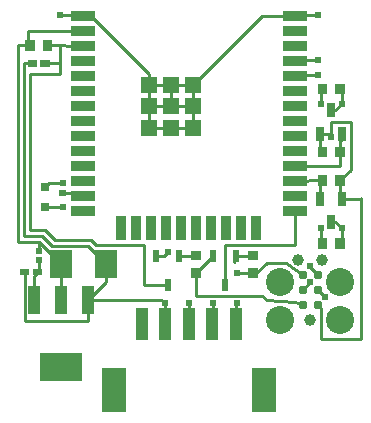
<source format=gtl>
G04 Layer: TopLayer*
G04 EasyEDA v6.5.9, 2022-07-29 16:18:05*
G04 6a4c66b5a8f34d0fa7dc8df532b4a6e8,9fc4434aafee4760887af2be40c81ba0,10*
G04 Gerber Generator version 0.2*
G04 Scale: 100 percent, Rotated: No, Reflected: No *
G04 Dimensions in millimeters *
G04 leading zeros omitted , absolute positions ,4 integer and 5 decimal *
%FSLAX45Y45*%
%MOMM*%

%ADD10C,0.2540*%
%ADD11R,1.0000X2.7000*%
%ADD12R,2.0000X3.8000*%
%ADD13R,0.7000X1.2500*%
%ADD14C,0.7874*%
%ADD15R,1.9000X2.3760*%
%ADD16R,2.1000X0.9500*%
%ADD17R,0.9500X2.1000*%
%ADD18R,1.3300X1.3300*%
%ADD19R,0.6000X1.0700*%
%ADD20R,0.9800X2.3400*%
%ADD21R,0.8640X0.8065*%
%ADD22R,0.8000X0.8000*%
%ADD23R,0.5400X0.5657*%
%ADD24C,2.3749*%
%ADD25C,0.9906*%
%ADD26C,0.6096*%
%ADD27C,0.0168*%

%LPD*%
D10*
X2780538Y2832100D02*
G01*
X2870200Y2921762D01*
X2870200Y3327400D01*
X2705100Y3327400D01*
X2705100Y3200400D01*
X2800095Y3227400D02*
G01*
X2780431Y3207735D01*
X2780431Y3073400D01*
X2629768Y3073400D02*
G01*
X2610104Y3093064D01*
X2610104Y3227400D01*
X2705100Y3200400D02*
G01*
X2678099Y3227400D01*
X2610104Y3227400D01*
X2794000Y3479800D02*
G01*
X2741599Y3427399D01*
X2705100Y3427399D01*
X2794000Y2425700D02*
G01*
X2741599Y2478100D01*
X2705100Y2478100D01*
X2800095Y2678099D02*
G01*
X2780431Y2697764D01*
X2780431Y2832100D01*
X2590800Y1778000D02*
G01*
X2616200Y1752600D01*
X2616200Y1485900D01*
X2959100Y1485900D01*
X2959100Y2679700D01*
X2957499Y2678099D01*
X2800095Y2678099D01*
X1905000Y1790700D02*
G01*
X1899996Y1785696D01*
X1899996Y1613496D01*
X1701800Y1790700D02*
G01*
X1700021Y1613407D01*
X1498600Y1790700D02*
G01*
X1499870Y1613407D01*
X1299997Y1613496D02*
G01*
X1299997Y1786102D01*
X1295400Y1790700D01*
X599998Y2703652D02*
G01*
X578332Y2725318D01*
X431800Y2725318D01*
X431800Y2811881D02*
G01*
X313791Y2811881D01*
X279400Y2777489D01*
X279400Y2607310D02*
G01*
X283210Y2603500D01*
X431800Y2603500D01*
X304037Y3975100D02*
G01*
X599947Y3973576D01*
X406463Y3974571D02*
G01*
X406463Y3822700D01*
X283108Y3822700D01*
X1879600Y2145438D02*
G01*
X1898395Y2164234D01*
X1898395Y2193594D01*
X1562100Y2045462D02*
G01*
X1708404Y2193544D01*
X1415795Y2193607D02*
G01*
X1418424Y2196236D01*
X1562100Y2196236D01*
X2044700Y2196236D02*
G01*
X2042071Y2193607D01*
X1898395Y2193607D01*
X1320800Y2222500D02*
G01*
X1291907Y2193607D01*
X1225804Y2193607D01*
X2463800Y1905000D02*
G01*
X2527300Y1968500D01*
X2590800Y3721100D02*
G01*
X2400045Y3719576D01*
X2800095Y3227400D02*
G01*
X2793131Y3220435D01*
X2793131Y3175000D01*
X2794000Y3479800D02*
G01*
X2794000Y3593343D01*
X2780543Y3606800D01*
X2629656Y3606800D02*
G01*
X2616200Y3593343D01*
X2616200Y3479800D01*
X2780538Y3073400D02*
G01*
X2779775Y2957576D01*
X2400045Y2957576D01*
X2629661Y2832100D02*
G01*
X2400045Y2830576D01*
X2629768Y2832100D02*
G01*
X2610104Y2812435D01*
X2610104Y2678099D01*
X2629656Y2298700D02*
G01*
X2616200Y2312156D01*
X2616200Y2425700D01*
X2780543Y2298700D02*
G01*
X2794000Y2312156D01*
X2794000Y2425700D01*
X1803400Y1946655D02*
G01*
X1803400Y2286000D01*
X2400045Y2286254D01*
X2400045Y2576576D01*
X419100Y1823720D02*
G01*
X419607Y2120900D01*
X649096Y1823694D02*
G01*
X799464Y1974062D01*
X799464Y2120900D01*
X219608Y2057400D02*
G01*
X189103Y2026894D01*
X189103Y1823694D01*
X110489Y2057400D02*
G01*
X110489Y1638300D01*
X648970Y1639570D01*
X648970Y1823720D01*
X419735Y2120900D02*
G01*
X229235Y2311400D01*
X50800Y2311400D01*
X50800Y3975100D01*
X153263Y3975100D01*
X153162Y3975100D02*
G01*
X139700Y3988562D01*
X141223Y4100576D01*
X599947Y4100576D01*
X799464Y2120900D02*
G01*
X647064Y2273300D01*
X342900Y2273300D01*
X254000Y2362200D01*
X101600Y2362200D01*
X101600Y3822700D01*
X174091Y3822700D01*
X1320800Y1946655D02*
G01*
X1117600Y1945131D01*
X1117600Y2286000D01*
X711200Y2286000D01*
X673100Y2324100D01*
X368300Y2324100D01*
X279400Y2413000D01*
X152400Y2413000D01*
X152400Y3733800D01*
X406400Y3733800D01*
X406400Y3822700D01*
X406400Y4229100D02*
G01*
X599947Y4227576D01*
X599947Y4227576D02*
G01*
X674623Y4227576D01*
X1166621Y3732021D01*
X1166621Y3642868D01*
X2400007Y4227652D02*
G01*
X2118423Y4227652D01*
X1533512Y3642740D01*
X1166533Y3642740D02*
G01*
X1349997Y3642740D01*
X1349997Y3642740D02*
G01*
X1533512Y3642740D01*
X1533512Y3642740D02*
G01*
X1533512Y3459226D01*
X1533512Y3459226D02*
G01*
X1350022Y3459251D01*
X1350010Y3642868D02*
G01*
X1350010Y3459226D01*
X1350010Y3459226D02*
G01*
X1166621Y3459226D01*
X1166533Y3459226D02*
G01*
X1166533Y3275736D01*
X1166533Y3275736D02*
G01*
X1349997Y3275736D01*
X1349997Y3275736D02*
G01*
X1533512Y3275736D01*
X1533512Y3275736D02*
G01*
X1533512Y3459226D01*
X1166533Y3642740D02*
G01*
X1166533Y3459226D01*
X2400045Y4227576D02*
G01*
X2590800Y4229100D01*
X219608Y2057400D02*
G01*
X228600Y2066391D01*
X228600Y2159000D01*
X228600Y2235200D02*
G01*
X229107Y2311400D01*
X2590800Y2032000D02*
G01*
X2527300Y2095500D01*
X2527300Y2108200D01*
X2044700Y2045462D02*
G01*
X1905000Y2044700D01*
X2463800Y2032000D02*
G01*
X2463800Y2032000D01*
X2324100Y2133600D01*
X2159000Y2133600D01*
X2070861Y2045462D01*
X2044700Y2045462D01*
X2590800Y1905000D02*
G01*
X2654300Y1841500D01*
X2400045Y3846576D02*
G01*
X2590800Y3848100D01*
X1295400Y1790700D02*
G01*
X1262402Y1823697D01*
X649094Y1823697D01*
X2463800Y1778000D02*
G01*
X2400300Y1803400D01*
X2159000Y1816100D01*
X2120900Y1854200D01*
X1562100Y1854200D01*
X1562100Y2045563D01*
D11*
G01*
X1099997Y1613496D03*
G01*
X1299997Y1613496D03*
G01*
X1499996Y1613496D03*
G01*
X1699996Y1613496D03*
G01*
X1899996Y1613496D03*
D12*
G01*
X2134997Y1053503D03*
G01*
X864996Y1053503D03*
D13*
G01*
X2800095Y2678099D03*
G01*
X2610104Y2678099D03*
G01*
X2705100Y2478100D03*
G01*
X2610104Y3227400D03*
G01*
X2800095Y3227400D03*
G01*
X2705100Y3427399D03*
D14*
G01*
X2590800Y1778000D03*
G01*
X2463800Y1778000D03*
G01*
X2590800Y1905000D03*
G01*
X2463800Y1905000D03*
G01*
X2590800Y2032000D03*
G01*
X2463800Y2032000D03*
D15*
G01*
X419735Y2120900D03*
G01*
X799464Y2120900D03*
G36*
X180101Y2030399D02*
G01*
X180101Y2084400D01*
X259110Y2084400D01*
X259110Y2030399D01*
G37*
G36*
X150098Y2030399D02*
G01*
X150098Y2084400D01*
X71089Y2084400D01*
X71089Y2030399D01*
G37*
G36*
X243601Y3795699D02*
G01*
X243601Y3849700D01*
X322610Y3849700D01*
X322610Y3795699D01*
G37*
G36*
X213598Y3795699D02*
G01*
X213598Y3849700D01*
X134589Y3849700D01*
X134589Y3795699D01*
G37*
D16*
G01*
X599998Y4227652D03*
G01*
X599998Y4100652D03*
G01*
X599998Y3973652D03*
G01*
X599998Y3846652D03*
G01*
X599998Y3719652D03*
G01*
X599998Y3592652D03*
G01*
X599998Y3465652D03*
G01*
X599998Y3338652D03*
G01*
X599998Y3211652D03*
G01*
X599998Y3084652D03*
G01*
X599998Y2957652D03*
G01*
X599998Y2830652D03*
G01*
X599998Y2703652D03*
G01*
X599998Y2576652D03*
D17*
G01*
X928522Y2427147D03*
G01*
X1055522Y2427147D03*
G01*
X1182522Y2427147D03*
G01*
X1309522Y2427147D03*
G01*
X1436522Y2427147D03*
G01*
X1563522Y2427147D03*
G01*
X1690522Y2427147D03*
G01*
X1817522Y2427147D03*
G01*
X1944497Y2427147D03*
G01*
X2071522Y2427147D03*
D16*
G01*
X2399995Y2576652D03*
G01*
X2399995Y2703652D03*
G01*
X2399995Y2830652D03*
G01*
X2399995Y2957652D03*
G01*
X2399995Y3084652D03*
G01*
X2399995Y3211652D03*
G01*
X2399995Y3338652D03*
G01*
X2399995Y3465652D03*
G01*
X2399995Y3592652D03*
G01*
X2399995Y3719652D03*
G01*
X2399995Y3846652D03*
G01*
X2399995Y3973652D03*
G01*
X2399995Y4100652D03*
G01*
X2399995Y4227652D03*
D18*
G01*
X1350010Y3459251D03*
G01*
X1166520Y3459226D03*
G01*
X1533525Y3459226D03*
G01*
X1533525Y3642740D03*
G01*
X1350010Y3642740D03*
G01*
X1166520Y3642740D03*
G01*
X1166520Y3275736D03*
G01*
X1350010Y3275736D03*
G01*
X1533525Y3275736D03*
D19*
G01*
X1415795Y2193594D03*
G01*
X1225804Y2193594D03*
G01*
X1320800Y1946605D03*
G01*
X1898395Y2193594D03*
G01*
X1708404Y2193594D03*
G01*
X1803400Y1946605D03*
D20*
G01*
X649096Y1823694D03*
G01*
X419100Y1823694D03*
G01*
X189103Y1823694D03*
G36*
X239100Y1366700D02*
G01*
X599099Y1366700D01*
X599099Y1132700D01*
X239100Y1132700D01*
G37*
G36*
X2740101Y3030199D02*
G01*
X2740101Y3116600D01*
X2820748Y3116600D01*
X2820748Y3030199D01*
G37*
G36*
X2670098Y3030199D02*
G01*
X2670098Y3116600D01*
X2589451Y3116600D01*
X2589451Y3030199D01*
G37*
G36*
X2740101Y3563599D02*
G01*
X2740101Y3650000D01*
X2820748Y3650000D01*
X2820748Y3563599D01*
G37*
G36*
X2670098Y3563599D02*
G01*
X2670098Y3650000D01*
X2589451Y3650000D01*
X2589451Y3563599D01*
G37*
G36*
X2740101Y2255499D02*
G01*
X2740101Y2341900D01*
X2820748Y2341900D01*
X2820748Y2255499D01*
G37*
G36*
X2670098Y2255499D02*
G01*
X2670098Y2341900D01*
X2589451Y2341900D01*
X2589451Y2255499D01*
G37*
G36*
X2670098Y2875300D02*
G01*
X2670098Y2788899D01*
X2589451Y2788899D01*
X2589451Y2875300D01*
G37*
G36*
X2740101Y2875300D02*
G01*
X2740101Y2788899D01*
X2820748Y2788899D01*
X2820748Y2875300D01*
G37*
G36*
X263601Y3931899D02*
G01*
X263601Y4018300D01*
X344248Y4018300D01*
X344248Y3931899D01*
G37*
G36*
X193598Y3931899D02*
G01*
X193598Y4018300D01*
X112951Y4018300D01*
X112951Y3931899D01*
G37*
G36*
X1605300Y2155901D02*
G01*
X1518899Y2155901D01*
X1518899Y2236548D01*
X1605300Y2236548D01*
G37*
D21*
G01*
X1562100Y2045563D03*
G36*
X2087900Y2155901D02*
G01*
X2001499Y2155901D01*
X2001499Y2236548D01*
X2087900Y2236548D01*
G37*
G01*
X2044700Y2045563D03*
D22*
G01*
X279400Y2777489D03*
G01*
X279400Y2607310D03*
G36*
X404799Y2753598D02*
G01*
X458800Y2753598D01*
X458800Y2697035D01*
X404799Y2697035D01*
G37*
D23*
G01*
X431800Y2811881D03*
D24*
G01*
X2781300Y1651000D03*
G01*
X2273300Y1651000D03*
G01*
X2273300Y1968500D03*
G01*
X2781300Y1968500D03*
D25*
G01*
X2425700Y2159000D03*
G01*
X2628900Y2159000D03*
G01*
X2527300Y1651000D03*
D26*
G01*
X1320800Y2222500D03*
G01*
X2527300Y1968500D03*
G01*
X2590800Y3721100D03*
G01*
X2794000Y3479800D03*
G01*
X2616200Y3479800D03*
G01*
X2705100Y3200400D03*
G01*
X2616200Y2425700D03*
G01*
X2794000Y2425700D03*
G01*
X406400Y4229100D03*
G01*
X2590800Y4229100D03*
G01*
X228600Y2159000D03*
G01*
X228600Y2235200D03*
G01*
X1498600Y1790700D03*
G01*
X1701800Y1790700D03*
G01*
X1905000Y1790700D03*
G01*
X2527300Y2108200D03*
G01*
X1295400Y1790700D03*
G01*
X1905000Y2044700D03*
G01*
X2654300Y1841500D03*
G01*
X2590800Y3848100D03*
G01*
X431800Y2603500D03*
M02*

</source>
